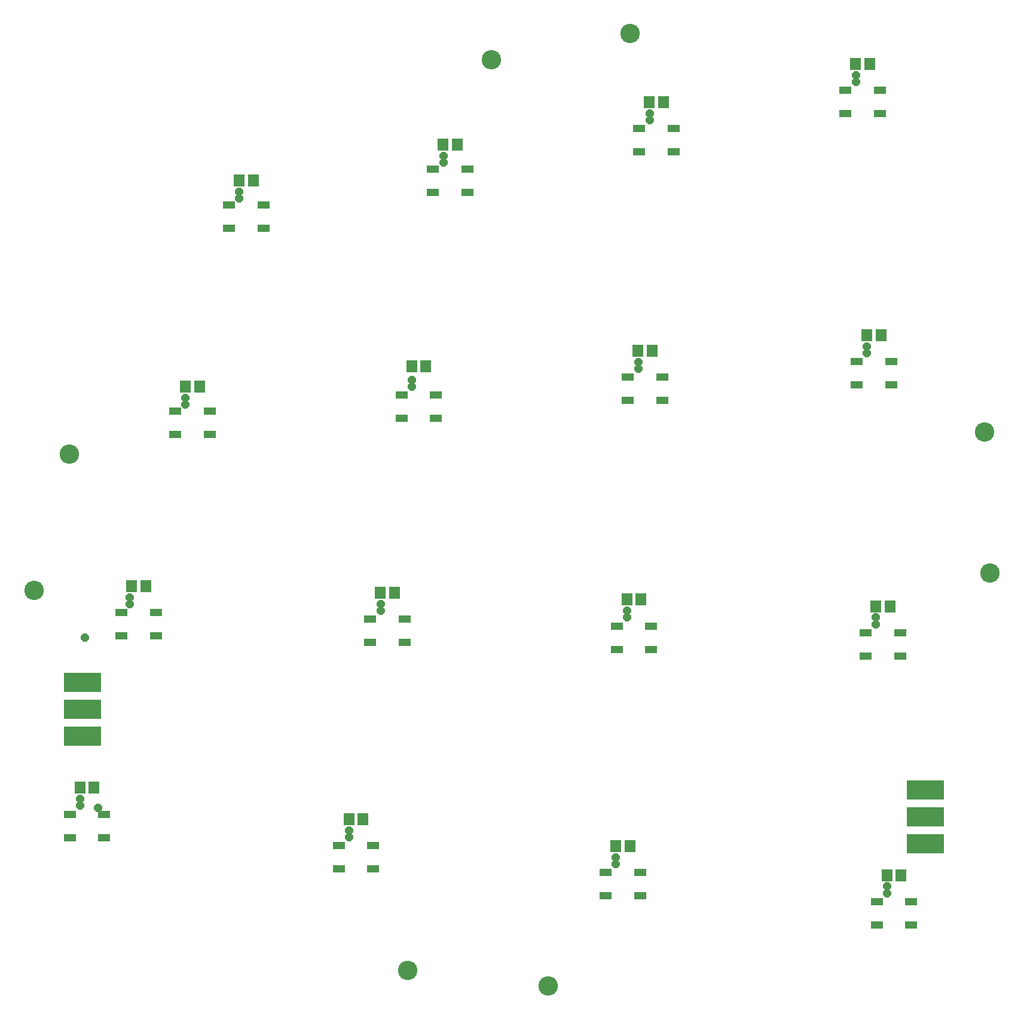
<source format=gts>
G75*
G70*
%OFA0B0*%
%FSLAX24Y24*%
%IPPOS*%
%LPD*%
%AMOC8*
5,1,8,0,0,1.08239X$1,22.5*
%
%ADD10C,0.1080*%
%ADD11R,0.0671X0.0434*%
%ADD12R,0.0592X0.0710*%
%ADD13R,0.2080X0.1080*%
%ADD14OC8,0.0437*%
D10*
X019060Y033891D03*
X021026Y041490D03*
X044557Y063488D03*
X052290Y064954D03*
X072054Y042723D03*
X072354Y034857D03*
X047723Y011826D03*
X039891Y012693D03*
D11*
X021045Y020110D03*
X021045Y021410D03*
X022975Y021410D03*
X022975Y020110D03*
X023920Y031360D03*
X023920Y032660D03*
X025850Y032660D03*
X025850Y031360D03*
X037795Y030985D03*
X037795Y032285D03*
X039725Y032285D03*
X039725Y030985D03*
X051545Y030610D03*
X051545Y031910D03*
X053475Y031910D03*
X053475Y030610D03*
X065420Y030235D03*
X065420Y031535D03*
X067350Y031535D03*
X067350Y030235D03*
X052850Y018160D03*
X052850Y016860D03*
X050920Y016860D03*
X050920Y018160D03*
X037975Y018360D03*
X037975Y019660D03*
X036045Y019660D03*
X036045Y018360D03*
X028850Y042610D03*
X028850Y043910D03*
X026920Y043910D03*
X026920Y042610D03*
X039545Y043485D03*
X039545Y044785D03*
X041475Y044785D03*
X041475Y043485D03*
X052170Y044485D03*
X052170Y045785D03*
X054100Y045785D03*
X054100Y044485D03*
X064920Y045360D03*
X064920Y046660D03*
X066850Y046660D03*
X066850Y045360D03*
X054725Y058360D03*
X054725Y059660D03*
X052795Y059660D03*
X052795Y058360D03*
X043225Y057410D03*
X043225Y056110D03*
X041295Y056110D03*
X041295Y057410D03*
X031850Y055410D03*
X031850Y054110D03*
X029920Y054110D03*
X029920Y055410D03*
X064295Y060485D03*
X064295Y061785D03*
X066225Y061785D03*
X066225Y060485D03*
X066045Y016535D03*
X066045Y015235D03*
X067975Y015235D03*
X067975Y016535D03*
D12*
X067404Y018010D03*
X066616Y018010D03*
X052279Y019635D03*
X051491Y019635D03*
X037404Y021135D03*
X036616Y021135D03*
X038366Y033760D03*
X039154Y033760D03*
X052116Y033385D03*
X052904Y033385D03*
X065991Y033010D03*
X066779Y033010D03*
X053529Y047260D03*
X052741Y047260D03*
X040904Y046385D03*
X040116Y046385D03*
X031279Y056760D03*
X030491Y056760D03*
X041866Y058760D03*
X042654Y058760D03*
X053366Y061135D03*
X054154Y061135D03*
X064866Y063260D03*
X065654Y063260D03*
X065491Y048135D03*
X066279Y048135D03*
X028279Y045260D03*
X027491Y045260D03*
X025279Y034135D03*
X024491Y034135D03*
X022404Y022885D03*
X021616Y022885D03*
D13*
X021760Y025760D03*
X021760Y027260D03*
X021760Y028760D03*
X068760Y022760D03*
X068760Y021260D03*
X068760Y019760D03*
D14*
X068760Y020010D03*
X068385Y020010D03*
X068010Y020010D03*
X068010Y019510D03*
X068385Y019510D03*
X068760Y019510D03*
X069135Y019510D03*
X069510Y019510D03*
X069510Y020010D03*
X069135Y020010D03*
X069135Y021010D03*
X069510Y021010D03*
X069510Y021510D03*
X069135Y021510D03*
X068760Y021510D03*
X068385Y021510D03*
X068010Y021510D03*
X068010Y021010D03*
X068385Y021010D03*
X068760Y021010D03*
X066635Y017385D03*
X066635Y017010D03*
X051510Y018635D03*
X051510Y019010D03*
X036635Y020135D03*
X036635Y020510D03*
X038385Y032760D03*
X038385Y033135D03*
X027510Y044260D03*
X027510Y044635D03*
X024385Y033510D03*
X024385Y033135D03*
X021885Y031260D03*
X021760Y027510D03*
X021385Y027510D03*
X021010Y027510D03*
X021010Y027010D03*
X021385Y027010D03*
X021760Y027010D03*
X022135Y027010D03*
X022510Y027010D03*
X022510Y027510D03*
X022135Y027510D03*
X022135Y026010D03*
X022510Y026010D03*
X022510Y025510D03*
X022135Y025510D03*
X021760Y025510D03*
X021385Y025510D03*
X021010Y025510D03*
X021010Y026010D03*
X021385Y026010D03*
X021760Y026010D03*
X021635Y022260D03*
X021635Y021885D03*
X022635Y021760D03*
X040135Y045260D03*
X040135Y045635D03*
X030510Y055760D03*
X030510Y056135D03*
X041885Y057760D03*
X041885Y058135D03*
X053385Y060135D03*
X053385Y060510D03*
X064885Y062260D03*
X064885Y062635D03*
X065510Y047510D03*
X065510Y047135D03*
X052760Y046635D03*
X052760Y046260D03*
X052135Y032760D03*
X052135Y032385D03*
X066010Y032385D03*
X066010Y032010D03*
M02*

</source>
